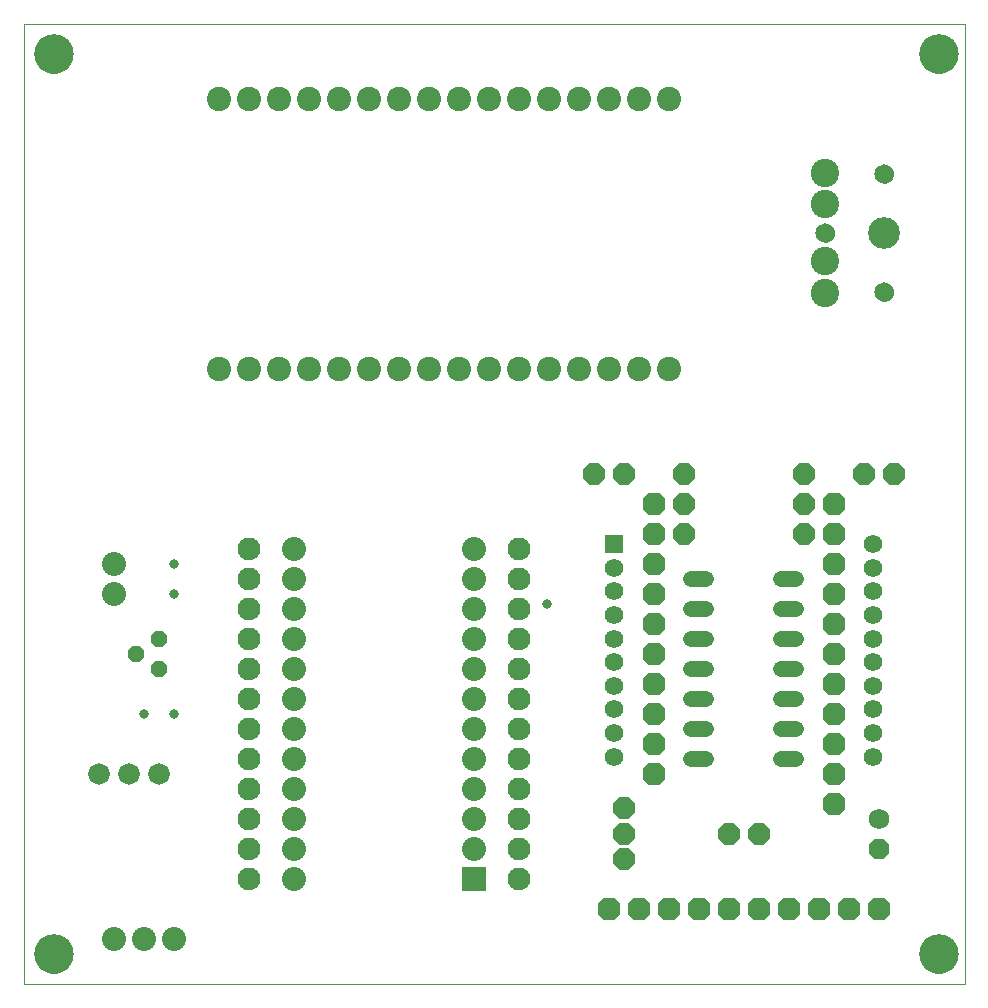
<source format=gts>
G75*
%MOIN*%
%OFA0B0*%
%FSLAX25Y25*%
%IPPOS*%
%LPD*%
%AMOC8*
5,1,8,0,0,1.08239X$1,22.5*
%
%ADD10C,0.00000*%
%ADD11C,0.13198*%
%ADD12C,0.08000*%
%ADD13OC8,0.05400*%
%ADD14C,0.03162*%
%ADD15C,0.06200*%
%ADD16R,0.06200X0.06200*%
%ADD17OC8,0.07200*%
%ADD18OC8,0.06900*%
%ADD19C,0.06900*%
%ADD20C,0.05400*%
%ADD21OC8,0.07600*%
%ADD22R,0.08000X0.08000*%
%ADD23C,0.07600*%
%ADD24C,0.08100*%
%ADD25C,0.10600*%
%ADD26C,0.09458*%
%ADD27C,0.06506*%
%ADD28C,0.07200*%
%ADD29C,0.03300*%
D10*
X0001800Y0001800D02*
X0001800Y0321761D01*
X0315501Y0321761D01*
X0315501Y0001800D01*
X0001800Y0001800D01*
X0005501Y0011800D02*
X0005503Y0011958D01*
X0005509Y0012116D01*
X0005519Y0012274D01*
X0005533Y0012432D01*
X0005551Y0012589D01*
X0005572Y0012746D01*
X0005598Y0012902D01*
X0005628Y0013058D01*
X0005661Y0013213D01*
X0005699Y0013366D01*
X0005740Y0013519D01*
X0005785Y0013671D01*
X0005834Y0013822D01*
X0005887Y0013971D01*
X0005943Y0014119D01*
X0006003Y0014265D01*
X0006067Y0014410D01*
X0006135Y0014553D01*
X0006206Y0014695D01*
X0006280Y0014835D01*
X0006358Y0014972D01*
X0006440Y0015108D01*
X0006524Y0015242D01*
X0006613Y0015373D01*
X0006704Y0015502D01*
X0006799Y0015629D01*
X0006896Y0015754D01*
X0006997Y0015876D01*
X0007101Y0015995D01*
X0007208Y0016112D01*
X0007318Y0016226D01*
X0007431Y0016337D01*
X0007546Y0016446D01*
X0007664Y0016551D01*
X0007785Y0016653D01*
X0007908Y0016753D01*
X0008034Y0016849D01*
X0008162Y0016942D01*
X0008292Y0017032D01*
X0008425Y0017118D01*
X0008560Y0017202D01*
X0008696Y0017281D01*
X0008835Y0017358D01*
X0008976Y0017430D01*
X0009118Y0017500D01*
X0009262Y0017565D01*
X0009408Y0017627D01*
X0009555Y0017685D01*
X0009704Y0017740D01*
X0009854Y0017791D01*
X0010005Y0017838D01*
X0010157Y0017881D01*
X0010310Y0017920D01*
X0010465Y0017956D01*
X0010620Y0017987D01*
X0010776Y0018015D01*
X0010932Y0018039D01*
X0011089Y0018059D01*
X0011247Y0018075D01*
X0011404Y0018087D01*
X0011563Y0018095D01*
X0011721Y0018099D01*
X0011879Y0018099D01*
X0012037Y0018095D01*
X0012196Y0018087D01*
X0012353Y0018075D01*
X0012511Y0018059D01*
X0012668Y0018039D01*
X0012824Y0018015D01*
X0012980Y0017987D01*
X0013135Y0017956D01*
X0013290Y0017920D01*
X0013443Y0017881D01*
X0013595Y0017838D01*
X0013746Y0017791D01*
X0013896Y0017740D01*
X0014045Y0017685D01*
X0014192Y0017627D01*
X0014338Y0017565D01*
X0014482Y0017500D01*
X0014624Y0017430D01*
X0014765Y0017358D01*
X0014904Y0017281D01*
X0015040Y0017202D01*
X0015175Y0017118D01*
X0015308Y0017032D01*
X0015438Y0016942D01*
X0015566Y0016849D01*
X0015692Y0016753D01*
X0015815Y0016653D01*
X0015936Y0016551D01*
X0016054Y0016446D01*
X0016169Y0016337D01*
X0016282Y0016226D01*
X0016392Y0016112D01*
X0016499Y0015995D01*
X0016603Y0015876D01*
X0016704Y0015754D01*
X0016801Y0015629D01*
X0016896Y0015502D01*
X0016987Y0015373D01*
X0017076Y0015242D01*
X0017160Y0015108D01*
X0017242Y0014972D01*
X0017320Y0014835D01*
X0017394Y0014695D01*
X0017465Y0014553D01*
X0017533Y0014410D01*
X0017597Y0014265D01*
X0017657Y0014119D01*
X0017713Y0013971D01*
X0017766Y0013822D01*
X0017815Y0013671D01*
X0017860Y0013519D01*
X0017901Y0013366D01*
X0017939Y0013213D01*
X0017972Y0013058D01*
X0018002Y0012902D01*
X0018028Y0012746D01*
X0018049Y0012589D01*
X0018067Y0012432D01*
X0018081Y0012274D01*
X0018091Y0012116D01*
X0018097Y0011958D01*
X0018099Y0011800D01*
X0018097Y0011642D01*
X0018091Y0011484D01*
X0018081Y0011326D01*
X0018067Y0011168D01*
X0018049Y0011011D01*
X0018028Y0010854D01*
X0018002Y0010698D01*
X0017972Y0010542D01*
X0017939Y0010387D01*
X0017901Y0010234D01*
X0017860Y0010081D01*
X0017815Y0009929D01*
X0017766Y0009778D01*
X0017713Y0009629D01*
X0017657Y0009481D01*
X0017597Y0009335D01*
X0017533Y0009190D01*
X0017465Y0009047D01*
X0017394Y0008905D01*
X0017320Y0008765D01*
X0017242Y0008628D01*
X0017160Y0008492D01*
X0017076Y0008358D01*
X0016987Y0008227D01*
X0016896Y0008098D01*
X0016801Y0007971D01*
X0016704Y0007846D01*
X0016603Y0007724D01*
X0016499Y0007605D01*
X0016392Y0007488D01*
X0016282Y0007374D01*
X0016169Y0007263D01*
X0016054Y0007154D01*
X0015936Y0007049D01*
X0015815Y0006947D01*
X0015692Y0006847D01*
X0015566Y0006751D01*
X0015438Y0006658D01*
X0015308Y0006568D01*
X0015175Y0006482D01*
X0015040Y0006398D01*
X0014904Y0006319D01*
X0014765Y0006242D01*
X0014624Y0006170D01*
X0014482Y0006100D01*
X0014338Y0006035D01*
X0014192Y0005973D01*
X0014045Y0005915D01*
X0013896Y0005860D01*
X0013746Y0005809D01*
X0013595Y0005762D01*
X0013443Y0005719D01*
X0013290Y0005680D01*
X0013135Y0005644D01*
X0012980Y0005613D01*
X0012824Y0005585D01*
X0012668Y0005561D01*
X0012511Y0005541D01*
X0012353Y0005525D01*
X0012196Y0005513D01*
X0012037Y0005505D01*
X0011879Y0005501D01*
X0011721Y0005501D01*
X0011563Y0005505D01*
X0011404Y0005513D01*
X0011247Y0005525D01*
X0011089Y0005541D01*
X0010932Y0005561D01*
X0010776Y0005585D01*
X0010620Y0005613D01*
X0010465Y0005644D01*
X0010310Y0005680D01*
X0010157Y0005719D01*
X0010005Y0005762D01*
X0009854Y0005809D01*
X0009704Y0005860D01*
X0009555Y0005915D01*
X0009408Y0005973D01*
X0009262Y0006035D01*
X0009118Y0006100D01*
X0008976Y0006170D01*
X0008835Y0006242D01*
X0008696Y0006319D01*
X0008560Y0006398D01*
X0008425Y0006482D01*
X0008292Y0006568D01*
X0008162Y0006658D01*
X0008034Y0006751D01*
X0007908Y0006847D01*
X0007785Y0006947D01*
X0007664Y0007049D01*
X0007546Y0007154D01*
X0007431Y0007263D01*
X0007318Y0007374D01*
X0007208Y0007488D01*
X0007101Y0007605D01*
X0006997Y0007724D01*
X0006896Y0007846D01*
X0006799Y0007971D01*
X0006704Y0008098D01*
X0006613Y0008227D01*
X0006524Y0008358D01*
X0006440Y0008492D01*
X0006358Y0008628D01*
X0006280Y0008765D01*
X0006206Y0008905D01*
X0006135Y0009047D01*
X0006067Y0009190D01*
X0006003Y0009335D01*
X0005943Y0009481D01*
X0005887Y0009629D01*
X0005834Y0009778D01*
X0005785Y0009929D01*
X0005740Y0010081D01*
X0005699Y0010234D01*
X0005661Y0010387D01*
X0005628Y0010542D01*
X0005598Y0010698D01*
X0005572Y0010854D01*
X0005551Y0011011D01*
X0005533Y0011168D01*
X0005519Y0011326D01*
X0005509Y0011484D01*
X0005503Y0011642D01*
X0005501Y0011800D01*
X0266032Y0252194D02*
X0266034Y0252302D01*
X0266040Y0252411D01*
X0266050Y0252519D01*
X0266064Y0252626D01*
X0266082Y0252733D01*
X0266103Y0252840D01*
X0266129Y0252945D01*
X0266159Y0253050D01*
X0266192Y0253153D01*
X0266229Y0253255D01*
X0266270Y0253355D01*
X0266314Y0253454D01*
X0266363Y0253552D01*
X0266414Y0253647D01*
X0266469Y0253740D01*
X0266528Y0253832D01*
X0266590Y0253921D01*
X0266655Y0254008D01*
X0266723Y0254092D01*
X0266794Y0254174D01*
X0266868Y0254253D01*
X0266945Y0254329D01*
X0267025Y0254403D01*
X0267108Y0254473D01*
X0267193Y0254541D01*
X0267280Y0254605D01*
X0267370Y0254666D01*
X0267462Y0254724D01*
X0267556Y0254778D01*
X0267652Y0254829D01*
X0267749Y0254876D01*
X0267849Y0254920D01*
X0267950Y0254960D01*
X0268052Y0254996D01*
X0268155Y0255028D01*
X0268260Y0255057D01*
X0268366Y0255081D01*
X0268472Y0255102D01*
X0268579Y0255119D01*
X0268687Y0255132D01*
X0268795Y0255141D01*
X0268904Y0255146D01*
X0269012Y0255147D01*
X0269121Y0255144D01*
X0269229Y0255137D01*
X0269337Y0255126D01*
X0269444Y0255111D01*
X0269551Y0255092D01*
X0269657Y0255069D01*
X0269762Y0255043D01*
X0269867Y0255012D01*
X0269969Y0254978D01*
X0270071Y0254940D01*
X0270171Y0254898D01*
X0270270Y0254853D01*
X0270367Y0254804D01*
X0270461Y0254751D01*
X0270554Y0254695D01*
X0270645Y0254636D01*
X0270734Y0254573D01*
X0270820Y0254508D01*
X0270904Y0254439D01*
X0270985Y0254367D01*
X0271063Y0254292D01*
X0271139Y0254214D01*
X0271212Y0254133D01*
X0271282Y0254050D01*
X0271348Y0253965D01*
X0271412Y0253877D01*
X0271472Y0253786D01*
X0271529Y0253694D01*
X0271582Y0253599D01*
X0271632Y0253503D01*
X0271678Y0253405D01*
X0271721Y0253305D01*
X0271760Y0253204D01*
X0271795Y0253101D01*
X0271827Y0252998D01*
X0271854Y0252893D01*
X0271878Y0252787D01*
X0271898Y0252680D01*
X0271914Y0252573D01*
X0271926Y0252465D01*
X0271934Y0252357D01*
X0271938Y0252248D01*
X0271938Y0252140D01*
X0271934Y0252031D01*
X0271926Y0251923D01*
X0271914Y0251815D01*
X0271898Y0251708D01*
X0271878Y0251601D01*
X0271854Y0251495D01*
X0271827Y0251390D01*
X0271795Y0251287D01*
X0271760Y0251184D01*
X0271721Y0251083D01*
X0271678Y0250983D01*
X0271632Y0250885D01*
X0271582Y0250789D01*
X0271529Y0250694D01*
X0271472Y0250602D01*
X0271412Y0250511D01*
X0271348Y0250423D01*
X0271282Y0250338D01*
X0271212Y0250255D01*
X0271139Y0250174D01*
X0271063Y0250096D01*
X0270985Y0250021D01*
X0270904Y0249949D01*
X0270820Y0249880D01*
X0270734Y0249815D01*
X0270645Y0249752D01*
X0270554Y0249693D01*
X0270462Y0249637D01*
X0270367Y0249584D01*
X0270270Y0249535D01*
X0270171Y0249490D01*
X0270071Y0249448D01*
X0269969Y0249410D01*
X0269867Y0249376D01*
X0269762Y0249345D01*
X0269657Y0249319D01*
X0269551Y0249296D01*
X0269444Y0249277D01*
X0269337Y0249262D01*
X0269229Y0249251D01*
X0269121Y0249244D01*
X0269012Y0249241D01*
X0268904Y0249242D01*
X0268795Y0249247D01*
X0268687Y0249256D01*
X0268579Y0249269D01*
X0268472Y0249286D01*
X0268366Y0249307D01*
X0268260Y0249331D01*
X0268155Y0249360D01*
X0268052Y0249392D01*
X0267950Y0249428D01*
X0267849Y0249468D01*
X0267749Y0249512D01*
X0267652Y0249559D01*
X0267556Y0249610D01*
X0267462Y0249664D01*
X0267370Y0249722D01*
X0267280Y0249783D01*
X0267193Y0249847D01*
X0267108Y0249915D01*
X0267025Y0249985D01*
X0266945Y0250059D01*
X0266868Y0250135D01*
X0266794Y0250214D01*
X0266723Y0250296D01*
X0266655Y0250380D01*
X0266590Y0250467D01*
X0266528Y0250556D01*
X0266469Y0250648D01*
X0266414Y0250741D01*
X0266363Y0250836D01*
X0266314Y0250934D01*
X0266270Y0251033D01*
X0266229Y0251133D01*
X0266192Y0251235D01*
X0266159Y0251338D01*
X0266129Y0251443D01*
X0266103Y0251548D01*
X0266082Y0251655D01*
X0266064Y0251762D01*
X0266050Y0251869D01*
X0266040Y0251977D01*
X0266034Y0252086D01*
X0266032Y0252194D01*
X0285717Y0271879D02*
X0285719Y0271987D01*
X0285725Y0272096D01*
X0285735Y0272204D01*
X0285749Y0272311D01*
X0285767Y0272418D01*
X0285788Y0272525D01*
X0285814Y0272630D01*
X0285844Y0272735D01*
X0285877Y0272838D01*
X0285914Y0272940D01*
X0285955Y0273040D01*
X0285999Y0273139D01*
X0286048Y0273237D01*
X0286099Y0273332D01*
X0286154Y0273425D01*
X0286213Y0273517D01*
X0286275Y0273606D01*
X0286340Y0273693D01*
X0286408Y0273777D01*
X0286479Y0273859D01*
X0286553Y0273938D01*
X0286630Y0274014D01*
X0286710Y0274088D01*
X0286793Y0274158D01*
X0286878Y0274226D01*
X0286965Y0274290D01*
X0287055Y0274351D01*
X0287147Y0274409D01*
X0287241Y0274463D01*
X0287337Y0274514D01*
X0287434Y0274561D01*
X0287534Y0274605D01*
X0287635Y0274645D01*
X0287737Y0274681D01*
X0287840Y0274713D01*
X0287945Y0274742D01*
X0288051Y0274766D01*
X0288157Y0274787D01*
X0288264Y0274804D01*
X0288372Y0274817D01*
X0288480Y0274826D01*
X0288589Y0274831D01*
X0288697Y0274832D01*
X0288806Y0274829D01*
X0288914Y0274822D01*
X0289022Y0274811D01*
X0289129Y0274796D01*
X0289236Y0274777D01*
X0289342Y0274754D01*
X0289447Y0274728D01*
X0289552Y0274697D01*
X0289654Y0274663D01*
X0289756Y0274625D01*
X0289856Y0274583D01*
X0289955Y0274538D01*
X0290052Y0274489D01*
X0290146Y0274436D01*
X0290239Y0274380D01*
X0290330Y0274321D01*
X0290419Y0274258D01*
X0290505Y0274193D01*
X0290589Y0274124D01*
X0290670Y0274052D01*
X0290748Y0273977D01*
X0290824Y0273899D01*
X0290897Y0273818D01*
X0290967Y0273735D01*
X0291033Y0273650D01*
X0291097Y0273562D01*
X0291157Y0273471D01*
X0291214Y0273379D01*
X0291267Y0273284D01*
X0291317Y0273188D01*
X0291363Y0273090D01*
X0291406Y0272990D01*
X0291445Y0272889D01*
X0291480Y0272786D01*
X0291512Y0272683D01*
X0291539Y0272578D01*
X0291563Y0272472D01*
X0291583Y0272365D01*
X0291599Y0272258D01*
X0291611Y0272150D01*
X0291619Y0272042D01*
X0291623Y0271933D01*
X0291623Y0271825D01*
X0291619Y0271716D01*
X0291611Y0271608D01*
X0291599Y0271500D01*
X0291583Y0271393D01*
X0291563Y0271286D01*
X0291539Y0271180D01*
X0291512Y0271075D01*
X0291480Y0270972D01*
X0291445Y0270869D01*
X0291406Y0270768D01*
X0291363Y0270668D01*
X0291317Y0270570D01*
X0291267Y0270474D01*
X0291214Y0270379D01*
X0291157Y0270287D01*
X0291097Y0270196D01*
X0291033Y0270108D01*
X0290967Y0270023D01*
X0290897Y0269940D01*
X0290824Y0269859D01*
X0290748Y0269781D01*
X0290670Y0269706D01*
X0290589Y0269634D01*
X0290505Y0269565D01*
X0290419Y0269500D01*
X0290330Y0269437D01*
X0290239Y0269378D01*
X0290147Y0269322D01*
X0290052Y0269269D01*
X0289955Y0269220D01*
X0289856Y0269175D01*
X0289756Y0269133D01*
X0289654Y0269095D01*
X0289552Y0269061D01*
X0289447Y0269030D01*
X0289342Y0269004D01*
X0289236Y0268981D01*
X0289129Y0268962D01*
X0289022Y0268947D01*
X0288914Y0268936D01*
X0288806Y0268929D01*
X0288697Y0268926D01*
X0288589Y0268927D01*
X0288480Y0268932D01*
X0288372Y0268941D01*
X0288264Y0268954D01*
X0288157Y0268971D01*
X0288051Y0268992D01*
X0287945Y0269016D01*
X0287840Y0269045D01*
X0287737Y0269077D01*
X0287635Y0269113D01*
X0287534Y0269153D01*
X0287434Y0269197D01*
X0287337Y0269244D01*
X0287241Y0269295D01*
X0287147Y0269349D01*
X0287055Y0269407D01*
X0286965Y0269468D01*
X0286878Y0269532D01*
X0286793Y0269600D01*
X0286710Y0269670D01*
X0286630Y0269744D01*
X0286553Y0269820D01*
X0286479Y0269899D01*
X0286408Y0269981D01*
X0286340Y0270065D01*
X0286275Y0270152D01*
X0286213Y0270241D01*
X0286154Y0270333D01*
X0286099Y0270426D01*
X0286048Y0270521D01*
X0285999Y0270619D01*
X0285955Y0270718D01*
X0285914Y0270818D01*
X0285877Y0270920D01*
X0285844Y0271023D01*
X0285814Y0271128D01*
X0285788Y0271233D01*
X0285767Y0271340D01*
X0285749Y0271447D01*
X0285735Y0271554D01*
X0285725Y0271662D01*
X0285719Y0271771D01*
X0285717Y0271879D01*
X0285717Y0232509D02*
X0285719Y0232617D01*
X0285725Y0232726D01*
X0285735Y0232834D01*
X0285749Y0232941D01*
X0285767Y0233048D01*
X0285788Y0233155D01*
X0285814Y0233260D01*
X0285844Y0233365D01*
X0285877Y0233468D01*
X0285914Y0233570D01*
X0285955Y0233670D01*
X0285999Y0233769D01*
X0286048Y0233867D01*
X0286099Y0233962D01*
X0286154Y0234055D01*
X0286213Y0234147D01*
X0286275Y0234236D01*
X0286340Y0234323D01*
X0286408Y0234407D01*
X0286479Y0234489D01*
X0286553Y0234568D01*
X0286630Y0234644D01*
X0286710Y0234718D01*
X0286793Y0234788D01*
X0286878Y0234856D01*
X0286965Y0234920D01*
X0287055Y0234981D01*
X0287147Y0235039D01*
X0287241Y0235093D01*
X0287337Y0235144D01*
X0287434Y0235191D01*
X0287534Y0235235D01*
X0287635Y0235275D01*
X0287737Y0235311D01*
X0287840Y0235343D01*
X0287945Y0235372D01*
X0288051Y0235396D01*
X0288157Y0235417D01*
X0288264Y0235434D01*
X0288372Y0235447D01*
X0288480Y0235456D01*
X0288589Y0235461D01*
X0288697Y0235462D01*
X0288806Y0235459D01*
X0288914Y0235452D01*
X0289022Y0235441D01*
X0289129Y0235426D01*
X0289236Y0235407D01*
X0289342Y0235384D01*
X0289447Y0235358D01*
X0289552Y0235327D01*
X0289654Y0235293D01*
X0289756Y0235255D01*
X0289856Y0235213D01*
X0289955Y0235168D01*
X0290052Y0235119D01*
X0290146Y0235066D01*
X0290239Y0235010D01*
X0290330Y0234951D01*
X0290419Y0234888D01*
X0290505Y0234823D01*
X0290589Y0234754D01*
X0290670Y0234682D01*
X0290748Y0234607D01*
X0290824Y0234529D01*
X0290897Y0234448D01*
X0290967Y0234365D01*
X0291033Y0234280D01*
X0291097Y0234192D01*
X0291157Y0234101D01*
X0291214Y0234009D01*
X0291267Y0233914D01*
X0291317Y0233818D01*
X0291363Y0233720D01*
X0291406Y0233620D01*
X0291445Y0233519D01*
X0291480Y0233416D01*
X0291512Y0233313D01*
X0291539Y0233208D01*
X0291563Y0233102D01*
X0291583Y0232995D01*
X0291599Y0232888D01*
X0291611Y0232780D01*
X0291619Y0232672D01*
X0291623Y0232563D01*
X0291623Y0232455D01*
X0291619Y0232346D01*
X0291611Y0232238D01*
X0291599Y0232130D01*
X0291583Y0232023D01*
X0291563Y0231916D01*
X0291539Y0231810D01*
X0291512Y0231705D01*
X0291480Y0231602D01*
X0291445Y0231499D01*
X0291406Y0231398D01*
X0291363Y0231298D01*
X0291317Y0231200D01*
X0291267Y0231104D01*
X0291214Y0231009D01*
X0291157Y0230917D01*
X0291097Y0230826D01*
X0291033Y0230738D01*
X0290967Y0230653D01*
X0290897Y0230570D01*
X0290824Y0230489D01*
X0290748Y0230411D01*
X0290670Y0230336D01*
X0290589Y0230264D01*
X0290505Y0230195D01*
X0290419Y0230130D01*
X0290330Y0230067D01*
X0290239Y0230008D01*
X0290147Y0229952D01*
X0290052Y0229899D01*
X0289955Y0229850D01*
X0289856Y0229805D01*
X0289756Y0229763D01*
X0289654Y0229725D01*
X0289552Y0229691D01*
X0289447Y0229660D01*
X0289342Y0229634D01*
X0289236Y0229611D01*
X0289129Y0229592D01*
X0289022Y0229577D01*
X0288914Y0229566D01*
X0288806Y0229559D01*
X0288697Y0229556D01*
X0288589Y0229557D01*
X0288480Y0229562D01*
X0288372Y0229571D01*
X0288264Y0229584D01*
X0288157Y0229601D01*
X0288051Y0229622D01*
X0287945Y0229646D01*
X0287840Y0229675D01*
X0287737Y0229707D01*
X0287635Y0229743D01*
X0287534Y0229783D01*
X0287434Y0229827D01*
X0287337Y0229874D01*
X0287241Y0229925D01*
X0287147Y0229979D01*
X0287055Y0230037D01*
X0286965Y0230098D01*
X0286878Y0230162D01*
X0286793Y0230230D01*
X0286710Y0230300D01*
X0286630Y0230374D01*
X0286553Y0230450D01*
X0286479Y0230529D01*
X0286408Y0230611D01*
X0286340Y0230695D01*
X0286275Y0230782D01*
X0286213Y0230871D01*
X0286154Y0230963D01*
X0286099Y0231056D01*
X0286048Y0231151D01*
X0285999Y0231249D01*
X0285955Y0231348D01*
X0285914Y0231448D01*
X0285877Y0231550D01*
X0285844Y0231653D01*
X0285814Y0231758D01*
X0285788Y0231863D01*
X0285767Y0231970D01*
X0285749Y0232077D01*
X0285735Y0232184D01*
X0285725Y0232292D01*
X0285719Y0232401D01*
X0285717Y0232509D01*
X0300501Y0311800D02*
X0300503Y0311958D01*
X0300509Y0312116D01*
X0300519Y0312274D01*
X0300533Y0312432D01*
X0300551Y0312589D01*
X0300572Y0312746D01*
X0300598Y0312902D01*
X0300628Y0313058D01*
X0300661Y0313213D01*
X0300699Y0313366D01*
X0300740Y0313519D01*
X0300785Y0313671D01*
X0300834Y0313822D01*
X0300887Y0313971D01*
X0300943Y0314119D01*
X0301003Y0314265D01*
X0301067Y0314410D01*
X0301135Y0314553D01*
X0301206Y0314695D01*
X0301280Y0314835D01*
X0301358Y0314972D01*
X0301440Y0315108D01*
X0301524Y0315242D01*
X0301613Y0315373D01*
X0301704Y0315502D01*
X0301799Y0315629D01*
X0301896Y0315754D01*
X0301997Y0315876D01*
X0302101Y0315995D01*
X0302208Y0316112D01*
X0302318Y0316226D01*
X0302431Y0316337D01*
X0302546Y0316446D01*
X0302664Y0316551D01*
X0302785Y0316653D01*
X0302908Y0316753D01*
X0303034Y0316849D01*
X0303162Y0316942D01*
X0303292Y0317032D01*
X0303425Y0317118D01*
X0303560Y0317202D01*
X0303696Y0317281D01*
X0303835Y0317358D01*
X0303976Y0317430D01*
X0304118Y0317500D01*
X0304262Y0317565D01*
X0304408Y0317627D01*
X0304555Y0317685D01*
X0304704Y0317740D01*
X0304854Y0317791D01*
X0305005Y0317838D01*
X0305157Y0317881D01*
X0305310Y0317920D01*
X0305465Y0317956D01*
X0305620Y0317987D01*
X0305776Y0318015D01*
X0305932Y0318039D01*
X0306089Y0318059D01*
X0306247Y0318075D01*
X0306404Y0318087D01*
X0306563Y0318095D01*
X0306721Y0318099D01*
X0306879Y0318099D01*
X0307037Y0318095D01*
X0307196Y0318087D01*
X0307353Y0318075D01*
X0307511Y0318059D01*
X0307668Y0318039D01*
X0307824Y0318015D01*
X0307980Y0317987D01*
X0308135Y0317956D01*
X0308290Y0317920D01*
X0308443Y0317881D01*
X0308595Y0317838D01*
X0308746Y0317791D01*
X0308896Y0317740D01*
X0309045Y0317685D01*
X0309192Y0317627D01*
X0309338Y0317565D01*
X0309482Y0317500D01*
X0309624Y0317430D01*
X0309765Y0317358D01*
X0309904Y0317281D01*
X0310040Y0317202D01*
X0310175Y0317118D01*
X0310308Y0317032D01*
X0310438Y0316942D01*
X0310566Y0316849D01*
X0310692Y0316753D01*
X0310815Y0316653D01*
X0310936Y0316551D01*
X0311054Y0316446D01*
X0311169Y0316337D01*
X0311282Y0316226D01*
X0311392Y0316112D01*
X0311499Y0315995D01*
X0311603Y0315876D01*
X0311704Y0315754D01*
X0311801Y0315629D01*
X0311896Y0315502D01*
X0311987Y0315373D01*
X0312076Y0315242D01*
X0312160Y0315108D01*
X0312242Y0314972D01*
X0312320Y0314835D01*
X0312394Y0314695D01*
X0312465Y0314553D01*
X0312533Y0314410D01*
X0312597Y0314265D01*
X0312657Y0314119D01*
X0312713Y0313971D01*
X0312766Y0313822D01*
X0312815Y0313671D01*
X0312860Y0313519D01*
X0312901Y0313366D01*
X0312939Y0313213D01*
X0312972Y0313058D01*
X0313002Y0312902D01*
X0313028Y0312746D01*
X0313049Y0312589D01*
X0313067Y0312432D01*
X0313081Y0312274D01*
X0313091Y0312116D01*
X0313097Y0311958D01*
X0313099Y0311800D01*
X0313097Y0311642D01*
X0313091Y0311484D01*
X0313081Y0311326D01*
X0313067Y0311168D01*
X0313049Y0311011D01*
X0313028Y0310854D01*
X0313002Y0310698D01*
X0312972Y0310542D01*
X0312939Y0310387D01*
X0312901Y0310234D01*
X0312860Y0310081D01*
X0312815Y0309929D01*
X0312766Y0309778D01*
X0312713Y0309629D01*
X0312657Y0309481D01*
X0312597Y0309335D01*
X0312533Y0309190D01*
X0312465Y0309047D01*
X0312394Y0308905D01*
X0312320Y0308765D01*
X0312242Y0308628D01*
X0312160Y0308492D01*
X0312076Y0308358D01*
X0311987Y0308227D01*
X0311896Y0308098D01*
X0311801Y0307971D01*
X0311704Y0307846D01*
X0311603Y0307724D01*
X0311499Y0307605D01*
X0311392Y0307488D01*
X0311282Y0307374D01*
X0311169Y0307263D01*
X0311054Y0307154D01*
X0310936Y0307049D01*
X0310815Y0306947D01*
X0310692Y0306847D01*
X0310566Y0306751D01*
X0310438Y0306658D01*
X0310308Y0306568D01*
X0310175Y0306482D01*
X0310040Y0306398D01*
X0309904Y0306319D01*
X0309765Y0306242D01*
X0309624Y0306170D01*
X0309482Y0306100D01*
X0309338Y0306035D01*
X0309192Y0305973D01*
X0309045Y0305915D01*
X0308896Y0305860D01*
X0308746Y0305809D01*
X0308595Y0305762D01*
X0308443Y0305719D01*
X0308290Y0305680D01*
X0308135Y0305644D01*
X0307980Y0305613D01*
X0307824Y0305585D01*
X0307668Y0305561D01*
X0307511Y0305541D01*
X0307353Y0305525D01*
X0307196Y0305513D01*
X0307037Y0305505D01*
X0306879Y0305501D01*
X0306721Y0305501D01*
X0306563Y0305505D01*
X0306404Y0305513D01*
X0306247Y0305525D01*
X0306089Y0305541D01*
X0305932Y0305561D01*
X0305776Y0305585D01*
X0305620Y0305613D01*
X0305465Y0305644D01*
X0305310Y0305680D01*
X0305157Y0305719D01*
X0305005Y0305762D01*
X0304854Y0305809D01*
X0304704Y0305860D01*
X0304555Y0305915D01*
X0304408Y0305973D01*
X0304262Y0306035D01*
X0304118Y0306100D01*
X0303976Y0306170D01*
X0303835Y0306242D01*
X0303696Y0306319D01*
X0303560Y0306398D01*
X0303425Y0306482D01*
X0303292Y0306568D01*
X0303162Y0306658D01*
X0303034Y0306751D01*
X0302908Y0306847D01*
X0302785Y0306947D01*
X0302664Y0307049D01*
X0302546Y0307154D01*
X0302431Y0307263D01*
X0302318Y0307374D01*
X0302208Y0307488D01*
X0302101Y0307605D01*
X0301997Y0307724D01*
X0301896Y0307846D01*
X0301799Y0307971D01*
X0301704Y0308098D01*
X0301613Y0308227D01*
X0301524Y0308358D01*
X0301440Y0308492D01*
X0301358Y0308628D01*
X0301280Y0308765D01*
X0301206Y0308905D01*
X0301135Y0309047D01*
X0301067Y0309190D01*
X0301003Y0309335D01*
X0300943Y0309481D01*
X0300887Y0309629D01*
X0300834Y0309778D01*
X0300785Y0309929D01*
X0300740Y0310081D01*
X0300699Y0310234D01*
X0300661Y0310387D01*
X0300628Y0310542D01*
X0300598Y0310698D01*
X0300572Y0310854D01*
X0300551Y0311011D01*
X0300533Y0311168D01*
X0300519Y0311326D01*
X0300509Y0311484D01*
X0300503Y0311642D01*
X0300501Y0311800D01*
X0005501Y0311800D02*
X0005503Y0311958D01*
X0005509Y0312116D01*
X0005519Y0312274D01*
X0005533Y0312432D01*
X0005551Y0312589D01*
X0005572Y0312746D01*
X0005598Y0312902D01*
X0005628Y0313058D01*
X0005661Y0313213D01*
X0005699Y0313366D01*
X0005740Y0313519D01*
X0005785Y0313671D01*
X0005834Y0313822D01*
X0005887Y0313971D01*
X0005943Y0314119D01*
X0006003Y0314265D01*
X0006067Y0314410D01*
X0006135Y0314553D01*
X0006206Y0314695D01*
X0006280Y0314835D01*
X0006358Y0314972D01*
X0006440Y0315108D01*
X0006524Y0315242D01*
X0006613Y0315373D01*
X0006704Y0315502D01*
X0006799Y0315629D01*
X0006896Y0315754D01*
X0006997Y0315876D01*
X0007101Y0315995D01*
X0007208Y0316112D01*
X0007318Y0316226D01*
X0007431Y0316337D01*
X0007546Y0316446D01*
X0007664Y0316551D01*
X0007785Y0316653D01*
X0007908Y0316753D01*
X0008034Y0316849D01*
X0008162Y0316942D01*
X0008292Y0317032D01*
X0008425Y0317118D01*
X0008560Y0317202D01*
X0008696Y0317281D01*
X0008835Y0317358D01*
X0008976Y0317430D01*
X0009118Y0317500D01*
X0009262Y0317565D01*
X0009408Y0317627D01*
X0009555Y0317685D01*
X0009704Y0317740D01*
X0009854Y0317791D01*
X0010005Y0317838D01*
X0010157Y0317881D01*
X0010310Y0317920D01*
X0010465Y0317956D01*
X0010620Y0317987D01*
X0010776Y0318015D01*
X0010932Y0318039D01*
X0011089Y0318059D01*
X0011247Y0318075D01*
X0011404Y0318087D01*
X0011563Y0318095D01*
X0011721Y0318099D01*
X0011879Y0318099D01*
X0012037Y0318095D01*
X0012196Y0318087D01*
X0012353Y0318075D01*
X0012511Y0318059D01*
X0012668Y0318039D01*
X0012824Y0318015D01*
X0012980Y0317987D01*
X0013135Y0317956D01*
X0013290Y0317920D01*
X0013443Y0317881D01*
X0013595Y0317838D01*
X0013746Y0317791D01*
X0013896Y0317740D01*
X0014045Y0317685D01*
X0014192Y0317627D01*
X0014338Y0317565D01*
X0014482Y0317500D01*
X0014624Y0317430D01*
X0014765Y0317358D01*
X0014904Y0317281D01*
X0015040Y0317202D01*
X0015175Y0317118D01*
X0015308Y0317032D01*
X0015438Y0316942D01*
X0015566Y0316849D01*
X0015692Y0316753D01*
X0015815Y0316653D01*
X0015936Y0316551D01*
X0016054Y0316446D01*
X0016169Y0316337D01*
X0016282Y0316226D01*
X0016392Y0316112D01*
X0016499Y0315995D01*
X0016603Y0315876D01*
X0016704Y0315754D01*
X0016801Y0315629D01*
X0016896Y0315502D01*
X0016987Y0315373D01*
X0017076Y0315242D01*
X0017160Y0315108D01*
X0017242Y0314972D01*
X0017320Y0314835D01*
X0017394Y0314695D01*
X0017465Y0314553D01*
X0017533Y0314410D01*
X0017597Y0314265D01*
X0017657Y0314119D01*
X0017713Y0313971D01*
X0017766Y0313822D01*
X0017815Y0313671D01*
X0017860Y0313519D01*
X0017901Y0313366D01*
X0017939Y0313213D01*
X0017972Y0313058D01*
X0018002Y0312902D01*
X0018028Y0312746D01*
X0018049Y0312589D01*
X0018067Y0312432D01*
X0018081Y0312274D01*
X0018091Y0312116D01*
X0018097Y0311958D01*
X0018099Y0311800D01*
X0018097Y0311642D01*
X0018091Y0311484D01*
X0018081Y0311326D01*
X0018067Y0311168D01*
X0018049Y0311011D01*
X0018028Y0310854D01*
X0018002Y0310698D01*
X0017972Y0310542D01*
X0017939Y0310387D01*
X0017901Y0310234D01*
X0017860Y0310081D01*
X0017815Y0309929D01*
X0017766Y0309778D01*
X0017713Y0309629D01*
X0017657Y0309481D01*
X0017597Y0309335D01*
X0017533Y0309190D01*
X0017465Y0309047D01*
X0017394Y0308905D01*
X0017320Y0308765D01*
X0017242Y0308628D01*
X0017160Y0308492D01*
X0017076Y0308358D01*
X0016987Y0308227D01*
X0016896Y0308098D01*
X0016801Y0307971D01*
X0016704Y0307846D01*
X0016603Y0307724D01*
X0016499Y0307605D01*
X0016392Y0307488D01*
X0016282Y0307374D01*
X0016169Y0307263D01*
X0016054Y0307154D01*
X0015936Y0307049D01*
X0015815Y0306947D01*
X0015692Y0306847D01*
X0015566Y0306751D01*
X0015438Y0306658D01*
X0015308Y0306568D01*
X0015175Y0306482D01*
X0015040Y0306398D01*
X0014904Y0306319D01*
X0014765Y0306242D01*
X0014624Y0306170D01*
X0014482Y0306100D01*
X0014338Y0306035D01*
X0014192Y0305973D01*
X0014045Y0305915D01*
X0013896Y0305860D01*
X0013746Y0305809D01*
X0013595Y0305762D01*
X0013443Y0305719D01*
X0013290Y0305680D01*
X0013135Y0305644D01*
X0012980Y0305613D01*
X0012824Y0305585D01*
X0012668Y0305561D01*
X0012511Y0305541D01*
X0012353Y0305525D01*
X0012196Y0305513D01*
X0012037Y0305505D01*
X0011879Y0305501D01*
X0011721Y0305501D01*
X0011563Y0305505D01*
X0011404Y0305513D01*
X0011247Y0305525D01*
X0011089Y0305541D01*
X0010932Y0305561D01*
X0010776Y0305585D01*
X0010620Y0305613D01*
X0010465Y0305644D01*
X0010310Y0305680D01*
X0010157Y0305719D01*
X0010005Y0305762D01*
X0009854Y0305809D01*
X0009704Y0305860D01*
X0009555Y0305915D01*
X0009408Y0305973D01*
X0009262Y0306035D01*
X0009118Y0306100D01*
X0008976Y0306170D01*
X0008835Y0306242D01*
X0008696Y0306319D01*
X0008560Y0306398D01*
X0008425Y0306482D01*
X0008292Y0306568D01*
X0008162Y0306658D01*
X0008034Y0306751D01*
X0007908Y0306847D01*
X0007785Y0306947D01*
X0007664Y0307049D01*
X0007546Y0307154D01*
X0007431Y0307263D01*
X0007318Y0307374D01*
X0007208Y0307488D01*
X0007101Y0307605D01*
X0006997Y0307724D01*
X0006896Y0307846D01*
X0006799Y0307971D01*
X0006704Y0308098D01*
X0006613Y0308227D01*
X0006524Y0308358D01*
X0006440Y0308492D01*
X0006358Y0308628D01*
X0006280Y0308765D01*
X0006206Y0308905D01*
X0006135Y0309047D01*
X0006067Y0309190D01*
X0006003Y0309335D01*
X0005943Y0309481D01*
X0005887Y0309629D01*
X0005834Y0309778D01*
X0005785Y0309929D01*
X0005740Y0310081D01*
X0005699Y0310234D01*
X0005661Y0310387D01*
X0005628Y0310542D01*
X0005598Y0310698D01*
X0005572Y0310854D01*
X0005551Y0311011D01*
X0005533Y0311168D01*
X0005519Y0311326D01*
X0005509Y0311484D01*
X0005503Y0311642D01*
X0005501Y0311800D01*
X0300501Y0011800D02*
X0300503Y0011958D01*
X0300509Y0012116D01*
X0300519Y0012274D01*
X0300533Y0012432D01*
X0300551Y0012589D01*
X0300572Y0012746D01*
X0300598Y0012902D01*
X0300628Y0013058D01*
X0300661Y0013213D01*
X0300699Y0013366D01*
X0300740Y0013519D01*
X0300785Y0013671D01*
X0300834Y0013822D01*
X0300887Y0013971D01*
X0300943Y0014119D01*
X0301003Y0014265D01*
X0301067Y0014410D01*
X0301135Y0014553D01*
X0301206Y0014695D01*
X0301280Y0014835D01*
X0301358Y0014972D01*
X0301440Y0015108D01*
X0301524Y0015242D01*
X0301613Y0015373D01*
X0301704Y0015502D01*
X0301799Y0015629D01*
X0301896Y0015754D01*
X0301997Y0015876D01*
X0302101Y0015995D01*
X0302208Y0016112D01*
X0302318Y0016226D01*
X0302431Y0016337D01*
X0302546Y0016446D01*
X0302664Y0016551D01*
X0302785Y0016653D01*
X0302908Y0016753D01*
X0303034Y0016849D01*
X0303162Y0016942D01*
X0303292Y0017032D01*
X0303425Y0017118D01*
X0303560Y0017202D01*
X0303696Y0017281D01*
X0303835Y0017358D01*
X0303976Y0017430D01*
X0304118Y0017500D01*
X0304262Y0017565D01*
X0304408Y0017627D01*
X0304555Y0017685D01*
X0304704Y0017740D01*
X0304854Y0017791D01*
X0305005Y0017838D01*
X0305157Y0017881D01*
X0305310Y0017920D01*
X0305465Y0017956D01*
X0305620Y0017987D01*
X0305776Y0018015D01*
X0305932Y0018039D01*
X0306089Y0018059D01*
X0306247Y0018075D01*
X0306404Y0018087D01*
X0306563Y0018095D01*
X0306721Y0018099D01*
X0306879Y0018099D01*
X0307037Y0018095D01*
X0307196Y0018087D01*
X0307353Y0018075D01*
X0307511Y0018059D01*
X0307668Y0018039D01*
X0307824Y0018015D01*
X0307980Y0017987D01*
X0308135Y0017956D01*
X0308290Y0017920D01*
X0308443Y0017881D01*
X0308595Y0017838D01*
X0308746Y0017791D01*
X0308896Y0017740D01*
X0309045Y0017685D01*
X0309192Y0017627D01*
X0309338Y0017565D01*
X0309482Y0017500D01*
X0309624Y0017430D01*
X0309765Y0017358D01*
X0309904Y0017281D01*
X0310040Y0017202D01*
X0310175Y0017118D01*
X0310308Y0017032D01*
X0310438Y0016942D01*
X0310566Y0016849D01*
X0310692Y0016753D01*
X0310815Y0016653D01*
X0310936Y0016551D01*
X0311054Y0016446D01*
X0311169Y0016337D01*
X0311282Y0016226D01*
X0311392Y0016112D01*
X0311499Y0015995D01*
X0311603Y0015876D01*
X0311704Y0015754D01*
X0311801Y0015629D01*
X0311896Y0015502D01*
X0311987Y0015373D01*
X0312076Y0015242D01*
X0312160Y0015108D01*
X0312242Y0014972D01*
X0312320Y0014835D01*
X0312394Y0014695D01*
X0312465Y0014553D01*
X0312533Y0014410D01*
X0312597Y0014265D01*
X0312657Y0014119D01*
X0312713Y0013971D01*
X0312766Y0013822D01*
X0312815Y0013671D01*
X0312860Y0013519D01*
X0312901Y0013366D01*
X0312939Y0013213D01*
X0312972Y0013058D01*
X0313002Y0012902D01*
X0313028Y0012746D01*
X0313049Y0012589D01*
X0313067Y0012432D01*
X0313081Y0012274D01*
X0313091Y0012116D01*
X0313097Y0011958D01*
X0313099Y0011800D01*
X0313097Y0011642D01*
X0313091Y0011484D01*
X0313081Y0011326D01*
X0313067Y0011168D01*
X0313049Y0011011D01*
X0313028Y0010854D01*
X0313002Y0010698D01*
X0312972Y0010542D01*
X0312939Y0010387D01*
X0312901Y0010234D01*
X0312860Y0010081D01*
X0312815Y0009929D01*
X0312766Y0009778D01*
X0312713Y0009629D01*
X0312657Y0009481D01*
X0312597Y0009335D01*
X0312533Y0009190D01*
X0312465Y0009047D01*
X0312394Y0008905D01*
X0312320Y0008765D01*
X0312242Y0008628D01*
X0312160Y0008492D01*
X0312076Y0008358D01*
X0311987Y0008227D01*
X0311896Y0008098D01*
X0311801Y0007971D01*
X0311704Y0007846D01*
X0311603Y0007724D01*
X0311499Y0007605D01*
X0311392Y0007488D01*
X0311282Y0007374D01*
X0311169Y0007263D01*
X0311054Y0007154D01*
X0310936Y0007049D01*
X0310815Y0006947D01*
X0310692Y0006847D01*
X0310566Y0006751D01*
X0310438Y0006658D01*
X0310308Y0006568D01*
X0310175Y0006482D01*
X0310040Y0006398D01*
X0309904Y0006319D01*
X0309765Y0006242D01*
X0309624Y0006170D01*
X0309482Y0006100D01*
X0309338Y0006035D01*
X0309192Y0005973D01*
X0309045Y0005915D01*
X0308896Y0005860D01*
X0308746Y0005809D01*
X0308595Y0005762D01*
X0308443Y0005719D01*
X0308290Y0005680D01*
X0308135Y0005644D01*
X0307980Y0005613D01*
X0307824Y0005585D01*
X0307668Y0005561D01*
X0307511Y0005541D01*
X0307353Y0005525D01*
X0307196Y0005513D01*
X0307037Y0005505D01*
X0306879Y0005501D01*
X0306721Y0005501D01*
X0306563Y0005505D01*
X0306404Y0005513D01*
X0306247Y0005525D01*
X0306089Y0005541D01*
X0305932Y0005561D01*
X0305776Y0005585D01*
X0305620Y0005613D01*
X0305465Y0005644D01*
X0305310Y0005680D01*
X0305157Y0005719D01*
X0305005Y0005762D01*
X0304854Y0005809D01*
X0304704Y0005860D01*
X0304555Y0005915D01*
X0304408Y0005973D01*
X0304262Y0006035D01*
X0304118Y0006100D01*
X0303976Y0006170D01*
X0303835Y0006242D01*
X0303696Y0006319D01*
X0303560Y0006398D01*
X0303425Y0006482D01*
X0303292Y0006568D01*
X0303162Y0006658D01*
X0303034Y0006751D01*
X0302908Y0006847D01*
X0302785Y0006947D01*
X0302664Y0007049D01*
X0302546Y0007154D01*
X0302431Y0007263D01*
X0302318Y0007374D01*
X0302208Y0007488D01*
X0302101Y0007605D01*
X0301997Y0007724D01*
X0301896Y0007846D01*
X0301799Y0007971D01*
X0301704Y0008098D01*
X0301613Y0008227D01*
X0301524Y0008358D01*
X0301440Y0008492D01*
X0301358Y0008628D01*
X0301280Y0008765D01*
X0301206Y0008905D01*
X0301135Y0009047D01*
X0301067Y0009190D01*
X0301003Y0009335D01*
X0300943Y0009481D01*
X0300887Y0009629D01*
X0300834Y0009778D01*
X0300785Y0009929D01*
X0300740Y0010081D01*
X0300699Y0010234D01*
X0300661Y0010387D01*
X0300628Y0010542D01*
X0300598Y0010698D01*
X0300572Y0010854D01*
X0300551Y0011011D01*
X0300533Y0011168D01*
X0300519Y0011326D01*
X0300509Y0011484D01*
X0300503Y0011642D01*
X0300501Y0011800D01*
D11*
X0306800Y0011800D03*
X0011800Y0011800D03*
X0011800Y0311800D03*
X0306800Y0311800D03*
D12*
X0151800Y0146800D03*
X0151800Y0136800D03*
X0151800Y0126800D03*
X0151800Y0116800D03*
X0151800Y0106800D03*
X0151800Y0096800D03*
X0151800Y0086800D03*
X0151800Y0076800D03*
X0151800Y0066800D03*
X0151800Y0056800D03*
X0151800Y0046800D03*
X0091800Y0046800D03*
X0091800Y0036800D03*
X0091800Y0056800D03*
X0091800Y0066800D03*
X0091800Y0076800D03*
X0091800Y0086800D03*
X0091800Y0096800D03*
X0091800Y0106800D03*
X0091800Y0116800D03*
X0091800Y0126800D03*
X0091800Y0136800D03*
X0091800Y0146800D03*
X0031800Y0141800D03*
X0031800Y0131800D03*
X0031800Y0016800D03*
X0041800Y0016800D03*
X0051800Y0016800D03*
D13*
X0046800Y0106800D03*
X0039300Y0111800D03*
X0046800Y0116800D03*
D14*
X0051800Y0131800D03*
X0051800Y0141800D03*
X0051800Y0091800D03*
X0041800Y0091800D03*
D15*
X0198493Y0093335D03*
X0198493Y0085461D03*
X0198493Y0077587D03*
X0198493Y0101209D03*
X0198493Y0109083D03*
X0198493Y0116957D03*
X0198493Y0124831D03*
X0198493Y0132706D03*
X0198493Y0140580D03*
X0285107Y0140580D03*
X0285107Y0148454D03*
X0285107Y0132706D03*
X0285107Y0124831D03*
X0285107Y0116957D03*
X0285107Y0109083D03*
X0285107Y0101209D03*
X0285107Y0093335D03*
X0285107Y0085461D03*
X0285107Y0077587D03*
D16*
X0198493Y0148454D03*
D17*
X0221800Y0151800D03*
X0221800Y0161800D03*
X0221800Y0171800D03*
X0201800Y0171800D03*
X0191800Y0171800D03*
X0261800Y0171800D03*
X0261800Y0161800D03*
X0261800Y0151800D03*
X0281800Y0171800D03*
X0291800Y0171800D03*
X0201800Y0060300D03*
X0201800Y0051800D03*
X0201800Y0043300D03*
X0236800Y0051800D03*
X0246800Y0051800D03*
D18*
X0286800Y0046800D03*
D19*
X0286800Y0056800D03*
D20*
X0259200Y0076800D02*
X0254400Y0076800D01*
X0254400Y0086800D02*
X0259200Y0086800D01*
X0259200Y0096800D02*
X0254400Y0096800D01*
X0254400Y0106800D02*
X0259200Y0106800D01*
X0259200Y0116800D02*
X0254400Y0116800D01*
X0254400Y0126800D02*
X0259200Y0126800D01*
X0259200Y0136800D02*
X0254400Y0136800D01*
X0229200Y0136800D02*
X0224400Y0136800D01*
X0224400Y0126800D02*
X0229200Y0126800D01*
X0229200Y0116800D02*
X0224400Y0116800D01*
X0224400Y0106800D02*
X0229200Y0106800D01*
X0229200Y0096800D02*
X0224400Y0096800D01*
X0224400Y0086800D02*
X0229200Y0086800D01*
X0229200Y0076800D02*
X0224400Y0076800D01*
D21*
X0211800Y0071800D03*
X0211800Y0081800D03*
X0211800Y0091800D03*
X0211800Y0101800D03*
X0211800Y0111800D03*
X0211800Y0121800D03*
X0211800Y0131800D03*
X0211800Y0141800D03*
X0211800Y0151800D03*
X0211800Y0161800D03*
X0271800Y0161800D03*
X0271800Y0151800D03*
X0271800Y0141800D03*
X0271800Y0131800D03*
X0271800Y0121800D03*
X0271800Y0111800D03*
X0271800Y0101800D03*
X0271800Y0091800D03*
X0271800Y0081800D03*
X0271800Y0071800D03*
X0271800Y0061800D03*
X0266800Y0026800D03*
X0276800Y0026800D03*
X0286800Y0026800D03*
X0256800Y0026800D03*
X0246800Y0026800D03*
X0236800Y0026800D03*
X0226800Y0026800D03*
X0216800Y0026800D03*
X0206800Y0026800D03*
X0196800Y0026800D03*
D22*
X0151800Y0036800D03*
D23*
X0166800Y0036800D03*
X0166800Y0046800D03*
X0166800Y0056800D03*
X0166800Y0066800D03*
X0166800Y0076800D03*
X0166800Y0086800D03*
X0166800Y0096800D03*
X0166800Y0106800D03*
X0166800Y0116800D03*
X0166800Y0126800D03*
X0166800Y0136800D03*
X0166800Y0146800D03*
X0076800Y0146800D03*
X0076800Y0136800D03*
X0076800Y0126800D03*
X0076800Y0116800D03*
X0076800Y0106800D03*
X0076800Y0096800D03*
X0076800Y0086800D03*
X0076800Y0076800D03*
X0076800Y0066800D03*
X0076800Y0056800D03*
X0076800Y0046800D03*
X0076800Y0036800D03*
D24*
X0076800Y0206800D03*
X0066800Y0206800D03*
X0086800Y0206800D03*
X0096800Y0206800D03*
X0106800Y0206800D03*
X0116800Y0206800D03*
X0126800Y0206800D03*
X0136800Y0206800D03*
X0146800Y0206800D03*
X0156800Y0206800D03*
X0166800Y0206800D03*
X0176800Y0206800D03*
X0186800Y0206800D03*
X0196800Y0206800D03*
X0206800Y0206800D03*
X0216800Y0206800D03*
X0216800Y0296800D03*
X0206800Y0296800D03*
X0196800Y0296800D03*
X0186800Y0296800D03*
X0176800Y0296800D03*
X0166800Y0296800D03*
X0156800Y0296800D03*
X0146800Y0296800D03*
X0136800Y0296800D03*
X0126800Y0296800D03*
X0116800Y0296800D03*
X0106800Y0296800D03*
X0096800Y0296800D03*
X0086800Y0296800D03*
X0076800Y0296800D03*
X0066800Y0296800D03*
D25*
X0288670Y0252194D03*
D26*
X0268985Y0261643D03*
X0268985Y0272272D03*
X0268985Y0242745D03*
X0268985Y0232115D03*
D27*
X0288670Y0232509D03*
X0268985Y0252194D03*
X0288670Y0271879D03*
D28*
X0046800Y0071800D03*
X0036800Y0071800D03*
X0026800Y0071800D03*
D29*
X0176400Y0128400D03*
M02*

</source>
